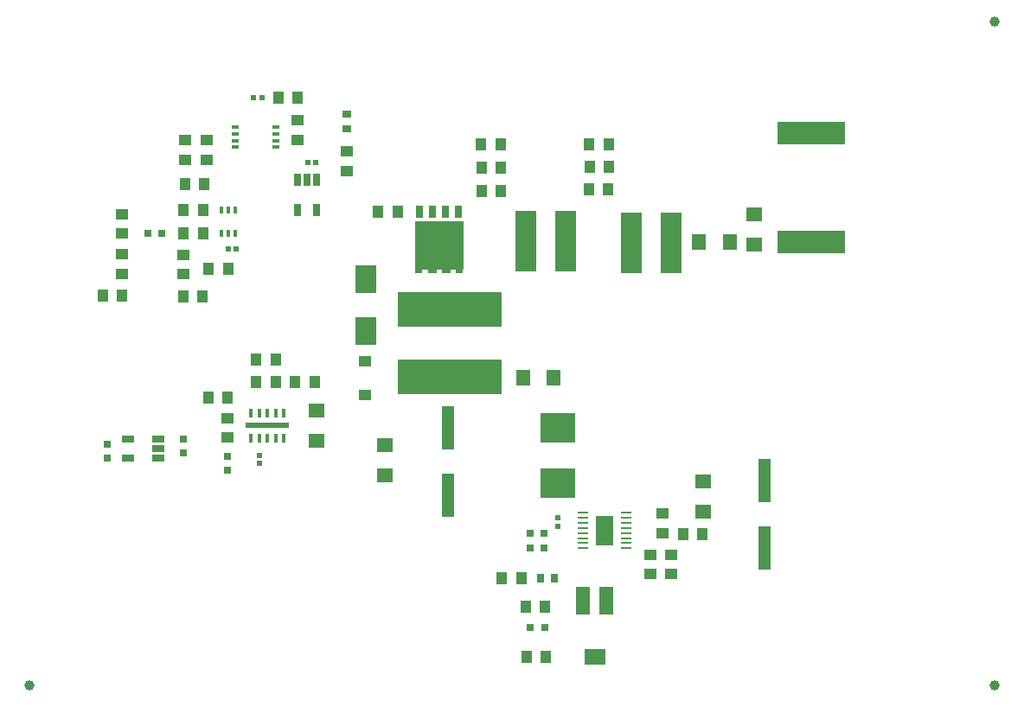
<source format=gtp>
G04 Layer_Color=8421504*
%FSLAX44Y44*%
%MOMM*%
G71*
G01*
G75*
%ADD10R,3.5000X2.9500*%
%ADD11R,10.2000X3.5000*%
%ADD12R,2.1000X6.0000*%
%ADD13R,0.8000X0.3800*%
%ADD14R,0.6350X1.2700*%
%ADD15R,1.2200X1.1000*%
%ADD16R,0.4000X0.8500*%
%ADD17R,4.2000X0.5000*%
%ADD18R,0.4000X0.7000*%
%ADD19R,0.7500X1.3000*%
%ADD20R,0.8000X0.6000*%
%ADD21R,0.8300X0.6000*%
%ADD22R,4.8000X4.7000*%
%ADD23R,1.0922X0.2286*%
%ADD24R,1.7526X2.9464*%
%ADD25R,2.0000X2.7000*%
%ADD26R,6.7300X2.1600*%
%ADD27R,1.2000X4.3000*%
%ADD28R,1.4000X2.7940*%
%ADD29R,2.0000X1.5000*%
%ADD30R,1.4000X1.6000*%
%ADD31R,1.0000X1.2700*%
%ADD32R,0.8890X0.6350*%
%ADD33R,0.7000X0.8000*%
%ADD34R,0.5000X0.5500*%
%ADD35R,1.2700X0.6350*%
%ADD36R,1.2700X1.0000*%
%ADD37R,1.6000X1.4000*%
%ADD38R,0.8000X0.7000*%
%ADD39R,0.5500X0.5000*%
%ADD40R,0.6350X0.8890*%
%ADD41C,1.0000*%
D10*
X11142500Y2322750D02*
D03*
Y2377250D02*
D03*
D11*
X11036000Y2427000D02*
D03*
Y2493000D02*
D03*
D12*
X11214000Y2558500D02*
D03*
X11253000D02*
D03*
X11150000Y2559500D02*
D03*
X11111000D02*
D03*
D13*
X10866000Y2658250D02*
D03*
Y2651750D02*
D03*
X10826000Y2664750D02*
D03*
Y2658250D02*
D03*
Y2651750D02*
D03*
X10866000Y2664750D02*
D03*
Y2671250D02*
D03*
X10826000D02*
D03*
D14*
X10906000Y2590028D02*
D03*
X10886949D02*
D03*
Y2620000D02*
D03*
X10906000D02*
D03*
X10896602D02*
D03*
D15*
X10953500Y2409150D02*
D03*
Y2441850D02*
D03*
D16*
X10842000Y2367000D02*
D03*
X10850000D02*
D03*
X10858000D02*
D03*
X10866000D02*
D03*
X10874000D02*
D03*
Y2391500D02*
D03*
X10866000D02*
D03*
X10858000D02*
D03*
X10850000Y2391500D02*
D03*
X10842000Y2391500D02*
D03*
D17*
X10858000Y2379250D02*
D03*
D18*
X10819501Y2567300D02*
D03*
X10813000D02*
D03*
X10819501Y2590000D02*
D03*
X10826000Y2590000D02*
D03*
X10813000D02*
D03*
X10826000Y2567300D02*
D03*
D19*
X11045050Y2589000D02*
D03*
X11032350D02*
D03*
X11019650D02*
D03*
X11006949D02*
D03*
D20*
X11046000Y2531000D02*
D03*
X11006000D02*
D03*
D21*
X11032667D02*
D03*
X11019333D02*
D03*
D22*
X11026000Y2555500D02*
D03*
D23*
X11209336Y2258987D02*
D03*
Y2263990D02*
D03*
Y2268994D02*
D03*
Y2273998D02*
D03*
Y2279002D02*
D03*
Y2284006D02*
D03*
Y2289010D02*
D03*
Y2294013D02*
D03*
X11166664Y2294013D02*
D03*
Y2289010D02*
D03*
Y2284006D02*
D03*
Y2279002D02*
D03*
Y2273998D02*
D03*
Y2268994D02*
D03*
Y2263990D02*
D03*
Y2258987D02*
D03*
D24*
X11188000Y2276500D02*
D03*
D25*
X10954000Y2522500D02*
D03*
Y2471700D02*
D03*
D26*
X11390500Y2559150D02*
D03*
Y2665850D02*
D03*
D27*
X11344500Y2259500D02*
D03*
Y2325500D02*
D03*
X11035000Y2377000D02*
D03*
Y2311000D02*
D03*
D28*
X11190000Y2208000D02*
D03*
X11167000D02*
D03*
D29*
X11178500Y2153000D02*
D03*
D30*
X11108000Y2426000D02*
D03*
X11138000D02*
D03*
X11280500Y2559000D02*
D03*
X11310500D02*
D03*
D31*
X11086500Y2609000D02*
D03*
X11067500D02*
D03*
X10776000Y2590000D02*
D03*
X10795000D02*
D03*
X10795000Y2567500D02*
D03*
X10776000D02*
D03*
X10885000Y2422250D02*
D03*
X10904000D02*
D03*
X10866000D02*
D03*
X10847000D02*
D03*
X10866000Y2444250D02*
D03*
X10847000D02*
D03*
X10800000Y2406500D02*
D03*
X10819000D02*
D03*
X11106500Y2229500D02*
D03*
X11087500D02*
D03*
X11265000Y2273000D02*
D03*
X11284000D02*
D03*
X11111500Y2153000D02*
D03*
X11130500D02*
D03*
X11110500Y2201500D02*
D03*
X11129500D02*
D03*
X10796000Y2615500D02*
D03*
X10777000D02*
D03*
X10715500Y2506500D02*
D03*
X10696500D02*
D03*
X10775500Y2505500D02*
D03*
X10794500D02*
D03*
X10800500Y2533000D02*
D03*
X10819500D02*
D03*
X10966500Y2589000D02*
D03*
X10985500D02*
D03*
X10868500Y2700000D02*
D03*
X10887500D02*
D03*
X11172500Y2610500D02*
D03*
X11191500D02*
D03*
X11192000Y2655000D02*
D03*
X11173000D02*
D03*
X11173500Y2632500D02*
D03*
X11192500D02*
D03*
X11086000Y2655000D02*
D03*
X11067000D02*
D03*
X11067500Y2632000D02*
D03*
X11086500D02*
D03*
D32*
X10936000Y2670000D02*
D03*
X10936000Y2683970D02*
D03*
D33*
X11115000Y2274000D02*
D03*
X11129000D02*
D03*
X10754500Y2567500D02*
D03*
X10740500D02*
D03*
X11115000Y2259000D02*
D03*
X11129000D02*
D03*
X11115500Y2181500D02*
D03*
X11129500D02*
D03*
D34*
X10852500Y2700000D02*
D03*
X10844500D02*
D03*
X10897500Y2636500D02*
D03*
X10905500D02*
D03*
X10819500Y2552000D02*
D03*
X10827500D02*
D03*
D35*
X10751000Y2356398D02*
D03*
Y2347000D02*
D03*
Y2366050D02*
D03*
X10721028D02*
D03*
Y2347000D02*
D03*
D36*
X10715500Y2528000D02*
D03*
Y2547000D02*
D03*
Y2586500D02*
D03*
Y2567500D02*
D03*
X10819000Y2367250D02*
D03*
Y2386250D02*
D03*
X11245000Y2274000D02*
D03*
Y2293000D02*
D03*
X11253500Y2252500D02*
D03*
Y2233500D02*
D03*
X10936000Y2628500D02*
D03*
Y2647500D02*
D03*
X10776000Y2527500D02*
D03*
Y2546500D02*
D03*
X10777500Y2658500D02*
D03*
Y2639500D02*
D03*
X10798500Y2658500D02*
D03*
Y2639500D02*
D03*
X11233000Y2233500D02*
D03*
Y2252500D02*
D03*
X10887500Y2678000D02*
D03*
Y2659000D02*
D03*
D37*
X10906000Y2394000D02*
D03*
Y2364000D02*
D03*
X11284500Y2324500D02*
D03*
Y2294500D02*
D03*
X10973000Y2330000D02*
D03*
Y2360000D02*
D03*
X11334500Y2556500D02*
D03*
Y2586500D02*
D03*
D38*
X10776000Y2352000D02*
D03*
Y2366000D02*
D03*
X10701000Y2361000D02*
D03*
Y2347000D02*
D03*
X10819000Y2349250D02*
D03*
Y2335250D02*
D03*
D39*
X11142000Y2288500D02*
D03*
X11142000Y2280500D02*
D03*
X10850000Y2342250D02*
D03*
Y2350250D02*
D03*
D40*
X11138970Y2229500D02*
D03*
X11125000Y2229500D02*
D03*
D41*
X11570000Y2775000D02*
D03*
Y2125000D02*
D03*
X10625000D02*
D03*
M02*

</source>
